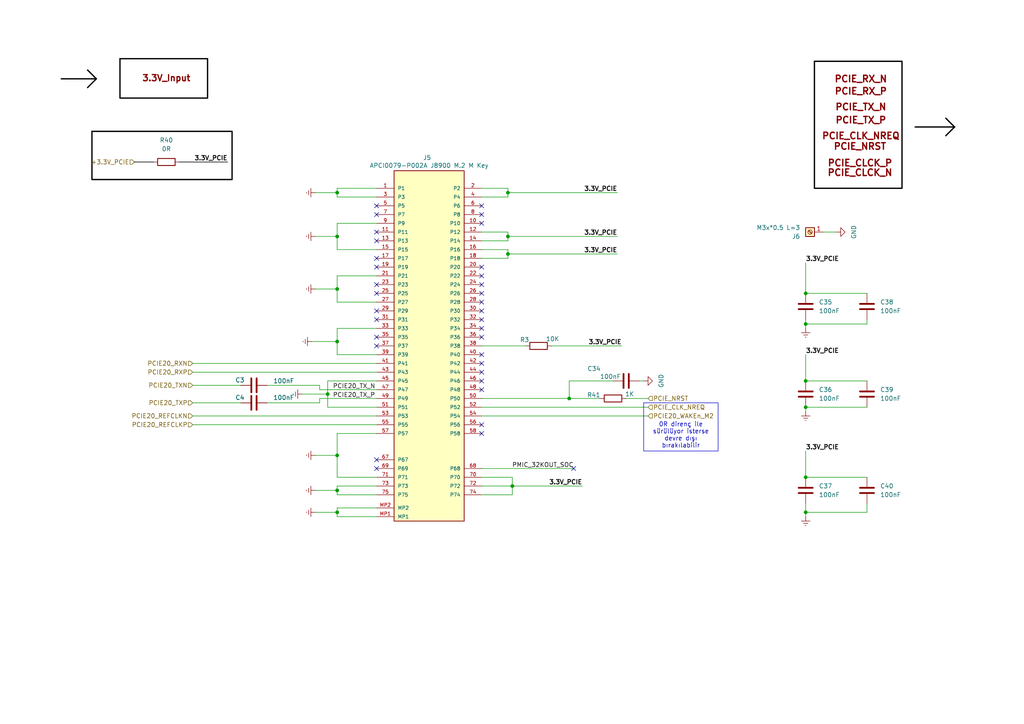
<source format=kicad_sch>
(kicad_sch (version 20250114) (generator "eeschema") (generator_version "9.0")
  (paper "A4")
  (lib_symbols
    (symbol "Device:C" (pin_numbers (hide yes)) (pin_names (offset 0.254))
      (property "Reference" "C" (at 0.635 2.54 0))
      (property "Value" "C" (at 0.635 -2.54 0))
      (symbol "C_0_1"
        (polyline (pts (xy -2.032 0.762) (xy 2.032 0.762)) (stroke (width 0.508)))
        (polyline (pts (xy -2.032 -0.762) (xy 2.032 -0.762)) (stroke (width 0.508)))
      )
      (symbol "C_1_1"
        (pin passive line (at 0 3.81 270) (length 2.794) (name "~") (number "1"))
        (pin passive line (at 0 -3.81 90) (length 2.794) (name "~") (number "2"))
      )
    )
    (symbol "Device:R" (pin_numbers (hide yes)) (pin_names (offset 0))
      (property "Reference" "R" (at 2.032 0 90))
      (property "Value" "R" (at 0 0 90))
      (symbol "R_0_1"
        (rectangle (start -1.016 -2.54) (end 1.016 2.54) (stroke (width 0.254)))
      )
      (symbol "R_1_1"
        (pin passive line (at 0 3.81 270) (length 1.27) (name "~") (number "1"))
        (pin passive line (at 0 -3.81 90) (length 1.27) (name "~") (number "2"))
      )
    )
    (symbol "M.2TE:1-2199119-5" (pin_names (offset 1.016))
      (property "Reference" "J5" (at -1.778 54.61 0))
      (property "Value" "APCI0079-P002A J8900 M.2 M Key" (at -17.272 52.324 0))
      (symbol "1-2199119-5_0_0"
        (rectangle (start -10.16 -50.8) (end 10.16 50.8) (stroke (width 0.254)) (fill (type background)))
        (pin passive line (at -15.24 45.72 0) (length 5.08) (name "P1") (number "1"))
        (pin passive line (at -15.24 43.18 0) (length 5.08) (name "P3") (number "3"))
        (pin passive line (at -15.24 40.64 0) (length 5.08) (name "P5") (number "5"))
        (pin passive line (at -15.24 38.1 0) (length 5.08) (name "P7") (number "7"))
        (pin passive line (at -15.24 35.56 0) (length 5.08) (name "P9") (number "9"))
        (pin passive line (at -15.24 33.02 0) (length 5.08) (name "P11") (number "11"))
        (pin passive line (at -15.24 30.48 0) (length 5.08) (name "P13") (number "13"))
        (pin passive line (at -15.24 27.94 0) (length 5.08) (name "P15") (number "15"))
        (pin passive line (at -15.24 25.4 0) (length 5.08) (name "P17") (number "17"))
        (pin passive line (at -15.24 22.86 0) (length 5.08) (name "P19") (number "19"))
        (pin passive line (at -15.24 20.32 0) (length 5.08) (name "P21") (number "21"))
        (pin passive line (at -15.24 17.78 0) (length 5.08) (name "P23") (number "23"))
        (pin passive line (at -15.24 15.24 0) (length 5.08) (name "P25") (number "25"))
        (pin passive line (at -15.24 12.7 0) (length 5.08) (name "P27") (number "27"))
        (pin passive line (at -15.24 10.16 0) (length 5.08) (name "P29") (number "29"))
        (pin passive line (at -15.24 7.62 0) (length 5.08) (name "P31") (number "31"))
        (pin passive line (at -15.24 5.08 0) (length 5.08) (name "P33") (number "33"))
        (pin passive line (at -15.24 2.54 0) (length 5.08) (name "P35") (number "35"))
        (pin passive line (at -15.24 0 0) (length 5.08) (name "P37") (number "37"))
        (pin passive line (at -15.24 -2.54 0) (length 5.08) (name "P39") (number "39"))
        (pin passive line (at -15.24 -5.08 0) (length 5.08) (name "P41") (number "41"))
        (pin passive line (at -15.24 -7.62 0) (length 5.08) (name "P43") (number "43"))
        (pin passive line (at -15.24 -10.16 0) (length 5.08) (name "P45") (number "45"))
        (pin passive line (at -15.24 -12.7 0) (length 5.08) (name "P47") (number "47"))
        (pin passive line (at -15.24 -15.24 0) (length 5.08) (name "P49") (number "49"))
        (pin passive line (at -15.24 -17.78 0) (length 5.08) (name "P51") (number "51"))
        (pin passive line (at -15.24 -20.32 0) (length 5.08) (name "P53") (number "53"))
        (pin passive line (at -15.24 -22.86 0) (length 5.08) (name "P55") (number "55"))
        (pin passive line (at -15.24 -25.4 0) (length 5.08) (name "P57") (number "57"))
        (pin passive line (at -15.24 -33.02 0) (length 5.08) (name "P67") (number "67"))
        (pin passive line (at -15.24 -35.56 0) (length 5.08) (name "P69") (number "69"))
        (pin passive line (at -15.24 -38.1 0) (length 5.08) (name "P71") (number "71"))
        (pin passive line (at -15.24 -40.64 0) (length 5.08) (name "P73") (number "73"))
        (pin passive line (at -15.24 -43.18 0) (length 5.08) (name "P75") (number "75"))
        (pin passive line (at 15.24 45.72 180) (length 5.08) (name "P2") (number "2"))
        (pin passive line (at 15.24 43.18 180) (length 5.08) (name "P4") (number "4"))
        (pin passive line (at 15.24 40.64 180) (length 5.08) (name "P6") (number "6"))
        (pin passive line (at 15.24 38.1 180) (length 5.08) (name "P8") (number "8"))
        (pin passive line (at 15.24 35.56 180) (length 5.08) (name "P10") (number "10"))
        (pin passive line (at 15.24 33.02 180) (length 5.08) (name "P12") (number "12"))
        (pin passive line (at 15.24 30.48 180) (length 5.08) (name "P14") (number "14"))
        (pin passive line (at 15.24 27.94 180) (length 5.08) (name "P16") (number "16"))
        (pin passive line (at 15.24 25.4 180) (length 5.08) (name "P18") (number "18"))
        (pin passive line (at 15.24 22.86 180) (length 5.08) (name "P20") (number "20"))
        (pin passive line (at 15.24 20.32 180) (length 5.08) (name "P22") (number "22"))
        (pin passive line (at 15.24 17.78 180) (length 5.08) (name "P24") (number "24"))
        (pin passive line (at 15.24 15.24 180) (length 5.08) (name "P26") (number "26"))
        (pin passive line (at 15.24 12.7 180) (length 5.08) (name "P28") (number "28"))
        (pin passive line (at 15.24 10.16 180) (length 5.08) (name "P30") (number "30"))
        (pin passive line (at 15.24 7.62 180) (length 5.08) (name "P32") (number "32"))
        (pin passive line (at 15.24 5.08 180) (length 5.08) (name "P34") (number "34"))
        (pin passive line (at 15.24 2.54 180) (length 5.08) (name "P36") (number "36"))
        (pin passive line (at 15.24 0 180) (length 5.08) (name "P38") (number "38"))
        (pin passive line (at 15.24 -2.54 180) (length 5.08) (name "P40") (number "40"))
        (pin passive line (at 15.24 -5.08 180) (length 5.08) (name "P42") (number "42"))
        (pin passive line (at 15.24 -7.62 180) (length 5.08) (name "P44") (number "44"))
        (pin passive line (at 15.24 -10.16 180) (length 5.08) (name "P46") (number "46"))
        (pin passive line (at 15.24 -12.7 180) (length 5.08) (name "P48") (number "48"))
        (pin passive line (at 15.24 -15.24 180) (length 5.08) (name "P50") (number "50"))
        (pin passive line (at 15.24 -17.78 180) (length 5.08) (name "P52") (number "52"))
        (pin passive line (at 15.24 -20.32 180) (length 5.08) (name "P54") (number "54"))
        (pin passive line (at 15.24 -22.86 180) (length 5.08) (name "P56") (number "56"))
        (pin passive line (at 15.24 -25.4 180) (length 5.08) (name "P58") (number "58"))
        (pin passive line (at 15.24 -35.56 180) (length 5.08) (name "P68") (number "68"))
        (pin passive line (at 15.24 -38.1 180) (length 5.08) (name "P70") (number "70"))
        (pin passive line (at 15.24 -40.64 180) (length 5.08) (name "P72") (number "72"))
        (pin passive line (at 15.24 -43.18 180) (length 5.08) (name "P74") (number "74"))
      )
      (symbol "1-2199119-5_1_0"
        (pin passive line (at -15.24 -46.99 0) (length 5.08) (name "MP2") (number "MP2"))
        (pin passive line (at -15.24 -49.53 0) (length 5.08) (name "MP1") (number "MP1"))
      )
    )
    (symbol "Screw_Terminal_01x01_1" (pin_names (offset 1.016) (hide yes))
      (property "Reference" "J35" (at 2.8515 1.2701 0))
      (property "Value" "M3x*0.5 L=3" (at 2.8515 -1.2699 0))
      (symbol "Screw_Terminal_01x01_1_1_1"
        (rectangle (start -1.27 1.27) (end 1.27 -1.27) (stroke (width 0.254)) (fill (type background)))
        (polyline (pts (xy -0.5334 0.3302) (xy 0.3302 -0.508)) (stroke (width 0.1524)))
        (polyline (pts (xy -0.3556 0.508) (xy 0.508 -0.3302)) (stroke (width 0.1524)))
        (circle (center 0 0) (radius 0.635) (stroke (width 0.1524)))
        (pin input line (at -3.81 0 0) (length 2.54) (name "1") (number "1"))
      )
    )
    (symbol "power:Earth" (power) (pin_names (offset 0))
      (symbol "Earth_0_1"
        (polyline (pts (xy -0.635 -1.905) (xy 0.635 -1.905)))
        (polyline (pts (xy -0.127 -2.54) (xy 0.127 -2.54)))
        (polyline (pts (xy 0 -1.27) (xy 0 0)))
        (polyline (pts (xy 1.27 -1.27) (xy -1.27 -1.27)))
      )
      (symbol "Earth_1_1"
        (pin power_in line (at 0 0 270) (length 0) (hide yes) (name "Earth") (number "1"))
      )
    )
    (symbol "power:GND" (power) (pin_names (offset 0))
      (property "Value" "GND" (at 0 -3.81 0))
      (symbol "GND_0_1"
        (polyline (pts (xy 0 0) (xy 0 -1.27) (xy 1.27 -1.27) (xy 0 -2.54) (xy -1.27 -1.27) (xy 0 -1.27)))
      )
      (symbol "GND_1_1"
        (pin power_in line (at 0 0 270) (length 0) (hide yes) (name "GND") (number "1"))
      )
    )
  )
  (rectangle (start 236.22 17.78) (end 261.62 54.61) (stroke (width 0.381) (color 0 0 0 1)))
  (rectangle (start 34.798 17.018) (end 60.198 28.448) (stroke (width 0.381) (color 0 0 0 1)))
  (rectangle (start 26.67 38.1) (end 67.31 52.07) (stroke (width 0.381) (color 0 0 0 1)))
  (text "PCIE_CLCK_N" (at 249.428 50.292 0) (effects (font (size 1.905 1.905) (thickness 0.381) (bold yes))))
  (text "PCIE_CLCK_P" (at 249.428 47.498 0) (effects (font (size 1.905 1.905) (thickness 0.381) (bold yes))))
  (text "PCIE_RX_P" (at 249.682 26.67 0) (effects (font (size 1.905 1.905) (thickness 0.381) (bold yes))))
  (text "PCIE_CLK_NREQ" (at 249.682 39.624 0) (effects (font (size 1.905 1.905) (thickness 0.381) (bold yes))))
  (text "PCIE_TX_P" (at 249.682 35.052 0) (effects (font (size 1.905 1.905) (thickness 0.381) (bold yes))))
  (text "PCIE_NRST" (at 249.428 42.672 0) (effects (font (size 1.905 1.905) (thickness 0.381) (bold yes))))
  (text "PCIE_RX_N" (at 249.682 23.114 0) (effects (font (size 1.905 1.905) (thickness 0.381) (bold yes))))
  (text "PCIE_TX_N" (at 249.682 31.242 0) (effects (font (size 1.905 1.905) (thickness 0.381) (bold yes))))
  (text "3.3V_Input\n" (at 48.26 22.86 0) (effects (font (size 1.778 1.778) (bold yes))))
  (text_box "0R direnç ile sürülüyor isterse devre dışı bırakılabilir\n" (at 186.69 116.84 0) (size 21.59 13.97) (margins 0.9525 0.9525 0.9525 0.9525) (effects (font (size 1.27 1.27)) (justify bottom)))
  (junction (at 147.32 68.58))
  (junction (at 97.79 148.59))
  (junction (at 165.1 115.57))
  (junction (at 97.79 83.82))
  (junction (at 233.68 138.43))
  (junction (at 97.79 55.88))
  (junction (at 233.68 110.49))
  (junction (at 97.79 68.58))
  (junction (at 95.0455 114.3))
  (junction (at 148.59 140.97))
  (junction (at 97.79 132.08))
  (junction (at 233.68 85.09))
  (junction (at 97.79 142.24))
  (junction (at 147.32 73.66))
  (junction (at 97.79 99.06))
  (junction (at 233.68 148.59))
  (junction (at 233.68 118.11))
  (junction (at 233.68 93.98))
  (junction (at 147.32 55.88))
  (no_connect (at 139.7 102.87))
  (no_connect (at 139.7 87.63))
  (no_connect (at 139.7 62.23))
  (no_connect (at 139.7 85.09))
  (no_connect (at 109.22 69.85))
  (no_connect (at 139.7 107.95))
  (no_connect (at 109.22 90.17))
  (no_connect (at 109.22 135.89))
  (no_connect (at 109.22 100.33))
  (no_connect (at 139.7 59.69))
  (no_connect (at 109.22 82.55))
  (no_connect (at 139.7 105.41))
  (no_connect (at 139.7 82.55))
  (no_connect (at 166.37 135.89))
  (no_connect (at 139.7 64.77))
  (no_connect (at 139.7 80.01))
  (no_connect (at 109.22 85.09))
  (no_connect (at 139.7 97.79))
  (no_connect (at 139.7 95.25))
  (no_connect (at 109.22 62.23))
  (no_connect (at 139.7 90.17))
  (no_connect (at 139.7 113.03))
  (no_connect (at 109.22 97.79))
  (no_connect (at 139.7 77.47))
  (no_connect (at 109.22 67.31))
  (no_connect (at 109.22 77.47))
  (no_connect (at 139.7 92.71))
  (no_connect (at 139.7 125.73))
  (no_connect (at 139.7 123.19))
  (no_connect (at 109.22 92.71))
  (no_connect (at 139.7 110.49))
  (no_connect (at 109.22 59.69))
  (no_connect (at 109.22 74.93))
  (no_connect (at 109.22 133.35))
  (wire (pts (xy 92.71 111.76) (xy 92.71 113.03)))
  (wire (pts (xy 147.32 72.39) (xy 147.32 73.66)))
  (wire (pts (xy 95.0455 110.49) (xy 95.0455 114.3)))
  (wire (pts (xy 165.1 115.57) (xy 173.99 115.57)))
  (wire (pts (xy 233.68 93.98) (xy 233.68 95.25)))
  (polyline (pts (xy 274.32 34.29) (xy 276.86 36.83)) (stroke (width 0.381) (color 0 0 0 1)))
  (wire (pts (xy 109.22 110.49) (xy 95.0455 110.49)))
  (wire (pts (xy 233.68 102.87) (xy 233.68 110.49)))
  (wire (pts (xy 97.79 99.06) (xy 97.79 102.87)))
  (polyline (pts (xy 27.94 22.86) (xy 25.4 25.4)) (stroke (width 0.381) (color 0 0 0 1)))
  (wire (pts (xy 97.79 149.86) (xy 109.22 149.86)))
  (wire (pts (xy 97.79 140.97) (xy 97.79 142.24)))
  (wire (pts (xy 38.9828 46.99) (xy 38.9828 47.0017)) (stroke (width 0.1778) (color 0 0 0 1)))
  (wire (pts (xy 97.79 142.24) (xy 97.79 143.51)))
  (wire (pts (xy 97.79 87.63) (xy 109.22 87.63)))
  (wire (pts (xy 147.32 55.88) (xy 147.32 57.15)))
  (wire (pts (xy 233.68 138.43) (xy 251.46 138.43)))
  (polyline (pts (xy 25.4 20.32) (xy 27.94 22.86)) (stroke (width 0.381) (color 0 0 0 1)))
  (wire (pts (xy 109.22 64.77) (xy 97.79 64.77)))
  (wire (pts (xy 97.79 125.73) (xy 97.79 132.08)))
  (wire (pts (xy 109.22 80.01) (xy 97.79 80.01)))
  (wire (pts (xy 233.68 110.49) (xy 251.46 110.49)))
  (wire (pts (xy 91.44 55.88) (xy 97.79 55.88)))
  (wire (pts (xy 97.79 148.59) (xy 97.79 149.86)))
  (wire (pts (xy 66.04 46.99) (xy 52.07 46.99)) (stroke (width 0.1778) (color 0 0 0 1)))
  (wire (pts (xy 97.79 64.77) (xy 97.79 68.58)))
  (wire (pts (xy 92.71 116.84) (xy 92.71 115.57)))
  (wire (pts (xy 233.68 93.98) (xy 251.46 93.98)))
  (wire (pts (xy 251.46 146.05) (xy 251.46 148.59)))
  (wire (pts (xy 139.7 100.33) (xy 152.4 100.33)))
  (wire (pts (xy 139.7 120.65) (xy 187.96 120.65)))
  (wire (pts (xy 95.0455 114.3) (xy 95.0455 118.11)))
  (wire (pts (xy 97.79 95.25) (xy 97.79 99.06)))
  (wire (pts (xy 109.22 125.73) (xy 97.79 125.73)))
  (wire (pts (xy 160.02 100.33) (xy 180.34 100.33)))
  (polyline (pts (xy 276.86 36.83) (xy 274.32 39.37)) (stroke (width 0.381) (color 0 0 0 1)))
  (wire (pts (xy 139.7 135.89) (xy 166.37 135.89)))
  (wire (pts (xy 97.79 102.87) (xy 109.22 102.87)))
  (wire (pts (xy 92.71 113.03) (xy 109.22 113.03)))
  (wire (pts (xy 90.4412 99.06) (xy 97.79 99.06)))
  (wire (pts (xy 55.88 120.65) (xy 109.22 120.65)))
  (wire (pts (xy 97.79 57.15) (xy 109.22 57.15)))
  (wire (pts (xy 148.59 140.97) (xy 168.91 140.97)))
  (wire (pts (xy 97.79 83.82) (xy 97.79 87.63)))
  (wire (pts (xy 148.59 140.97) (xy 139.7 140.97)))
  (wire (pts (xy 55.88 116.84) (xy 69.85 116.84)))
  (wire (pts (xy 233.68 149.86) (xy 233.68 148.59)))
  (wire (pts (xy 55.88 107.95) (xy 109.22 107.95)))
  (wire (pts (xy 139.7 72.39) (xy 147.32 72.39)))
  (wire (pts (xy 91.44 68.58) (xy 97.79 68.58)))
  (wire (pts (xy 97.79 72.39) (xy 109.22 72.39)))
  (wire (pts (xy 165.1 110.49) (xy 165.1 115.57)))
  (wire (pts (xy 233.68 92.71) (xy 233.68 93.98)))
  (wire (pts (xy 233.68 148.59) (xy 233.68 146.05)))
  (wire (pts (xy 44.45 46.99) (xy 38.9828 46.99)) (stroke (width 0.1778) (color 0 0 0 1)))
  (wire (pts (xy 147.32 68.58) (xy 179.07 68.58)))
  (wire (pts (xy 186.69 110.49) (xy 185.42 110.49)))
  (wire (pts (xy 97.79 143.51) (xy 109.22 143.51)))
  (wire (pts (xy 148.59 143.51) (xy 148.59 140.97)))
  (wire (pts (xy 147.32 73.66) (xy 147.32 74.93)))
  (wire (pts (xy 187.96 115.57) (xy 181.61 115.57)))
  (wire (pts (xy 165.1 110.49) (xy 177.8 110.49)))
  (wire (pts (xy 139.7 74.93) (xy 147.32 74.93)))
  (wire (pts (xy 97.79 54.61) (xy 97.79 55.88)))
  (wire (pts (xy 139.7 138.43) (xy 148.59 138.43)))
  (wire (pts (xy 77.47 116.84) (xy 92.71 116.84)))
  (polyline (pts (xy 276.86 36.83) (xy 265.43 36.83)) (stroke (width 0.381) (color 0 0 0 1)))
  (wire (pts (xy 97.79 68.58) (xy 97.79 72.39)))
  (wire (pts (xy 251.46 92.71) (xy 251.46 93.98)))
  (wire (pts (xy 97.79 55.88) (xy 97.79 57.15)))
  (wire (pts (xy 233.68 148.59) (xy 251.46 148.59)))
  (wire (pts (xy 147.32 68.58) (xy 147.32 69.85)))
  (wire (pts (xy 91.44 83.82) (xy 97.79 83.82)))
  (wire (pts (xy 97.79 95.25) (xy 109.22 95.25)))
  (wire (pts (xy 147.32 73.66) (xy 179.07 73.66)))
  (wire (pts (xy 147.32 69.85) (xy 139.7 69.85)))
  (polyline (pts (xy 27.94 22.86) (xy 17.78 22.86)) (stroke (width 0.381) (color 0 0 0 1)))
  (wire (pts (xy 87.63 114.3) (xy 95.0455 114.3)))
  (wire (pts (xy 139.7 54.61) (xy 147.32 54.61)))
  (wire (pts (xy 139.7 143.51) (xy 148.59 143.51)))
  (wire (pts (xy 187.96 118.11) (xy 139.7 118.11)))
  (wire (pts (xy 233.68 76.2) (xy 233.68 85.09)))
  (wire (pts (xy 97.79 138.43) (xy 109.22 138.43)))
  (wire (pts (xy 97.79 54.61) (xy 109.22 54.61)))
  (wire (pts (xy 109.22 147.32) (xy 97.79 147.32)))
  (wire (pts (xy 147.32 55.88) (xy 179.07 55.88)))
  (wire (pts (xy 55.88 123.19) (xy 109.22 123.19)))
  (wire (pts (xy 55.88 111.76) (xy 69.85 111.76)))
  (wire (pts (xy 238.76 67.31) (xy 242.57 67.31)))
  (wire (pts (xy 147.32 54.61) (xy 147.32 55.88)))
  (wire (pts (xy 91.44 142.24) (xy 97.79 142.24)))
  (wire (pts (xy 148.59 138.43) (xy 148.59 140.97)))
  (wire (pts (xy 55.88 105.41) (xy 109.22 105.41)))
  (wire (pts (xy 77.47 111.76) (xy 92.71 111.76)))
  (wire (pts (xy 91.44 132.08) (xy 97.79 132.08)))
  (wire (pts (xy 109.22 140.97) (xy 97.79 140.97)))
  (wire (pts (xy 97.79 132.08) (xy 97.79 138.43)))
  (wire (pts (xy 233.68 130.81) (xy 233.68 138.43)))
  (wire (pts (xy 91.44 148.59) (xy 97.79 148.59)))
  (wire (pts (xy 139.7 115.57) (xy 165.1 115.57)))
  (wire (pts (xy 233.68 118.11) (xy 251.46 118.11)))
  (wire (pts (xy 139.7 67.31) (xy 147.32 67.31)))
  (wire (pts (xy 147.32 67.31) (xy 147.32 68.58)))
  (wire (pts (xy 233.68 119.38) (xy 233.68 118.11)))
  (wire (pts (xy 233.68 85.09) (xy 251.46 85.09)))
  (wire (pts (xy 95.0455 118.11) (xy 109.22 118.11)))
  (wire (pts (xy 97.79 147.32) (xy 97.79 148.59)))
  (wire (pts (xy 92.71 115.57) (xy 109.22 115.57)))
  (wire (pts (xy 147.32 57.15) (xy 139.7 57.15)))
  (wire (pts (xy 97.79 80.01) (xy 97.79 83.82)))
  (label "3.3V_PCIE" (at 233.68 102.87 0) (effects (font (bold yes))))
  (label "3.3V_PCIE" (at 179.07 68.58 180) (effects (font (bold yes))))
  (label "3.3V_PCIE" (at 168.91 140.97 180) (effects (font (bold yes))))
  (label "3.3V_PCIE" (at 179.07 73.66 180) (effects (font (bold yes))))
  (label "3.3V_PCIE" (at 233.68 76.2 0) (effects (font (bold yes))))
  (label "3.3V_PCIE" (at 179.07 55.88 180) (effects (font (bold yes))))
  (label "PCIE20_TX_P" (at 96.52 115.57 0))
  (label "3.3V_PCIE" (at 66.04 46.99 180) (effects (font (bold yes))))
  (label "PCIE20_TX_N" (at 96.52 113.03 0))
  (label "3.3V_PCIE" (at 233.68 130.81 0) (effects (font (bold yes))))
  (label "3.3V_PCIE" (at 180.34 100.33 180) (effects (font (bold yes))))
  (label "PMIC_32KOUT_SOC" (at 166.37 135.89 180))
  (hierarchical_label "PCIE20_WAKEn_M2" (shape input) (at 187.96 120.65 0))
  (hierarchical_label "PCIE20_REFCLKP" (shape input) (at 55.88 123.19 180))
  (hierarchical_label "PCIE_CLK_NREQ" (shape input) (at 187.96 118.11 0))
  (hierarchical_label "+3.3V_PCIE" (shape input) (at 38.9828 47.0017 180))
  (hierarchical_label "PCIE20_RXN" (shape input) (at 55.88 105.41 180))
  (hierarchical_label "PCIE20_RXP" (shape input) (at 55.88 107.95 180))
  (hierarchical_label "PCIE20_TXP" (shape input) (at 55.88 116.84 180))
  (hierarchical_label "PCIE20_REFCLKN" (shape input) (at 55.88 120.65 180))
  (hierarchical_label "PCIE_NRST" (shape input) (at 187.96 115.57 0))
  (hierarchical_label "PCIE20_TXN" (shape input) (at 55.88 111.76 180))
  (symbol (lib_id "power:Earth") (at 91.44 148.59 270) (unit 1)
    (property "Reference" "#PWR065" (effects (hide yes)))
    (property "Value" "Earth" (effects (hide yes)))
    (property "Description" "Power symbol creates a global label with name \"Earth\"" (effects (hide yes)))
  )
  (symbol (lib_id "power:Earth") (at 91.44 132.08 270) (unit 1)
    (property "Reference" "#PWR055" (effects (hide yes)))
    (property "Value" "Earth" (effects (hide yes)))
    (property "Description" "Power symbol creates a global label with name \"Earth\"" (effects (hide yes)))
  )
  (symbol (lib_id "Device:C") (at 181.61 110.49 90) (unit 1)
    (property "Reference" "C34" (at 174.244 106.934 90) (effects (justify left)))
    (property "Value" "100nF" (at 180.086 109.22 90) (effects (justify left)))
    (property "Footprint" "Capacitor_SMD:C_0402_1005Metric" (effects (hide yes)))
  )
  (symbol (lib_name "Screw_Terminal_01x01_1") (lib_id "Connector:Screw_Terminal_01x01") (at 234.95 67.31 180) (unit 1)
    (property "Reference" "J6" (at 232.0985 68.5801 0) (effects (justify left)))
    (property "Value" "M3x*0.5 L=3" (at 232.0985 66.0401 0) (effects (justify left)))
    (property "Footprint" "Footprint Library:Screw Terminal Shinbo" (effects (hide yes)))
    (property "Description" "Board mounting elevator    M3 hole size, 4 pins PCB-64-M3" (effects (hide yes)))
    (property "MPN" "SMTSO-M3-3ET" (effects (hide yes)))
  )
  (symbol (lib_id "Device:R") (at 156.21 100.33 270) (unit 1)
    (property "Reference" "R3" (at 152.146 98.552 90))
    (property "Value" "10K" (at 160.274 98.298 90))
    (property "Footprint" "Resistor_SMD:R_0402_1005Metric" (effects (hide yes)))
  )
  (symbol (lib_id "power:Earth") (at 91.44 55.88 270) (unit 1)
    (property "Reference" "#PWR033" (effects (hide yes)))
    (property "Value" "Earth" (effects (hide yes)))
    (property "Description" "Power symbol creates a global label with name \"Earth\"" (effects (hide yes)))
  )
  (symbol (lib_id "power:GND") (at 186.69 110.49 90) (unit 1)
    (property "Reference" "#PWR058" (effects (hide yes)))
    (property "Value" "GND" (at 191.77 110.49 0))
  )
  (symbol (lib_id "Device:C") (at 251.46 114.3 0) (unit 1)
    (property "Reference" "C39" (at 255.27 113.0299 0) (effects (justify left)))
    (property "Value" "100nF" (at 255.27 115.5699 0) (effects (justify left)))
    (property "Footprint" "Capacitor_SMD:C_0603_1608Metric" (effects (hide yes)))
  )
  (symbol (lib_id "Device:C") (at 233.68 142.24 0) (unit 1)
    (property "Reference" "C37" (at 237.49 140.9699 0) (effects (justify left)))
    (property "Value" "100nF" (at 237.49 143.5099 0) (effects (justify left)))
    (property "Footprint" "Capacitor_SMD:C_0603_1608Metric" (effects (hide yes)))
  )
  (symbol (lib_id "power:Earth") (at 91.44 83.82 270) (unit 1)
    (property "Reference" "#PWR054" (effects (hide yes)))
    (property "Value" "Earth" (effects (hide yes)))
    (property "Description" "Power symbol creates a global label with name \"Earth\"" (effects (hide yes)))
  )
  (symbol (lib_id "Device:C") (at 73.66 116.84 90) (unit 1)
    (property "Reference" "C4" (at 69.596 115.316 90))
    (property "Value" "100nF" (at 82.296 115.316 90))
    (property "Footprint" "Capacitor_SMD:C_0402_1005Metric" (effects (hide yes)))
  )
  (symbol (lib_id "power:GND") (at 242.57 67.31 90) (unit 1)
    (property "Reference" "#PWR062" (effects (hide yes)))
    (property "Value" "GND" (at 247.65 67.31 0))
  )
  (symbol (lib_id "Device:C") (at 73.66 111.76 90) (unit 1)
    (property "Reference" "C3" (at 69.596 110.236 90))
    (property "Value" "100nF" (at 82.296 110.49 90))
    (property "Footprint" "Capacitor_SMD:C_0402_1005Metric" (effects (hide yes)))
  )
  (symbol (lib_id "M.2TE:1-2199119-5") (at 124.46 100.33 0) (unit 1)
    (property "Reference" "J5" (at 122.682 45.72 0) (effects (justify left)))
    (property "Value" "APCI0079-P002A J8900 M.2 M Key" (at 107.188 48.006 0) (effects (justify left)))
    (property "Footprint" "Footprint Library:121992306" (effects (hide yes)))
    (property "Comment" "1-2199119-5" (effects (hide yes)))
    (property "MPN" "NGFF 67P连接器 M.2 SSD插槽 4+5 H3.2" (effects (hide yes)))
  )
  (symbol (lib_id "Device:C") (at 251.46 88.9 0) (unit 1)
    (property "Reference" "C38" (at 255.27 87.6299 0) (effects (justify left)))
    (property "Value" "100nF" (at 255.27 90.1699 0) (effects (justify left)))
    (property "Footprint" "Capacitor_SMD:C_0603_1608Metric" (effects (hide yes)))
  )
  (symbol (lib_id "power:Earth") (at 233.68 95.25 0) (unit 1)
    (property "Reference" "#PWR059" (effects (hide yes)))
    (property "Value" "Earth" (effects (hide yes)))
    (property "Description" "Power symbol creates a global label with name \"Earth\"" (effects (hide yes)))
  )
  (symbol (lib_id "power:Earth") (at 233.68 149.86 0) (unit 1)
    (property "Reference" "#PWR061" (effects (hide yes)))
    (property "Value" "Earth" (effects (hide yes)))
    (property "Description" "Power symbol creates a global label with name \"Earth\"" (effects (hide yes)))
  )
  (symbol (lib_id "power:Earth") (at 91.44 68.58 270) (unit 1)
    (property "Reference" "#PWR053" (effects (hide yes)))
    (property "Value" "Earth" (effects (hide yes)))
    (property "Description" "Power symbol creates a global label with name \"Earth\"" (effects (hide yes)))
  )
  (symbol (lib_id "power:Earth") (at 91.44 142.24 270) (unit 1)
    (property "Reference" "#PWR056" (effects (hide yes)))
    (property "Value" "Earth" (effects (hide yes)))
    (property "Description" "Power symbol creates a global label with name \"Earth\"" (effects (hide yes)))
  )
  (symbol (lib_id "power:Earth") (at 90.4412 99.06 270) (unit 1)
    (property "Reference" "#PWR012" (effects (hide yes)))
    (property "Value" "Earth" (effects (hide yes)))
    (property "Description" "Power symbol creates a global label with name \"Earth\"" (effects (hide yes)))
  )
  (symbol (lib_id "Device:R") (at 177.8 115.57 270) (unit 1)
    (property "Reference" "R41" (at 172.212 114.554 90))
    (property "Value" "1K" (at 182.626 114.3 90))
    (property "Footprint" "Resistor_SMD:R_0402_1005Metric" (effects (hide yes)))
  )
  (symbol (lib_id "Device:C") (at 251.46 142.24 0) (unit 1)
    (property "Reference" "C40" (at 255.27 140.9699 0) (effects (justify left)))
    (property "Value" "100nF" (at 255.27 143.5099 0) (effects (justify left)))
    (property "Footprint" "Capacitor_SMD:C_0603_1608Metric" (effects (hide yes)))
  )
  (symbol (lib_id "power:Earth") (at 233.68 119.38 0) (unit 1)
    (property "Reference" "#PWR060" (effects (hide yes)))
    (property "Value" "Earth" (effects (hide yes)))
    (property "Description" "Power symbol creates a global label with name \"Earth\"" (effects (hide yes)))
  )
  (symbol (lib_id "Device:C") (at 233.68 114.3 0) (unit 1)
    (property "Reference" "C36" (at 237.49 113.0299 0) (effects (justify left)))
    (property "Value" "100nF" (at 237.49 115.5699 0) (effects (justify left)))
    (property "Footprint" "Capacitor_SMD:C_0603_1608Metric" (effects (hide yes)))
  )
  (symbol (lib_id "power:Earth") (at 87.63 114.3 270) (unit 1)
    (property "Reference" "#PWR010" (effects (hide yes)))
    (property "Value" "Earth" (effects (hide yes)))
    (property "Description" "Power symbol creates a global label with name \"Earth\"" (effects (hide yes)))
  )
  (symbol (lib_id "Device:C") (at 233.68 88.9 0) (unit 1)
    (property "Reference" "C35" (at 237.49 87.6299 0) (effects (justify left)))
    (property "Value" "100nF" (at 237.49 90.1699 0) (effects (justify left)))
    (property "Footprint" "Capacitor_SMD:C_0603_1608Metric" (effects (hide yes)))
  )
  (symbol (lib_id "Device:R") (at 48.26 46.99 90) (unit 1)
    (property "Reference" "R40" (at 48.26 40.6517 90))
    (property "Value" "0R" (at 48.26 43.1917 90))
    (property "Footprint" "Resistor_SMD:R_0603_1608Metric" (effects (hide yes)))
    (property "Description" "Resistor" (effects (hide yes)))
  )
)
</source>
